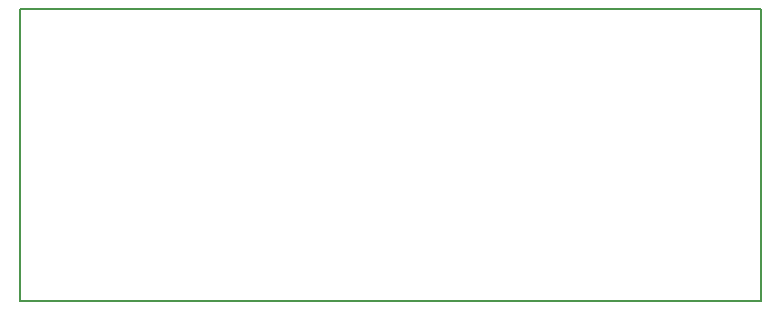
<source format=gm1>
G04 MADE WITH FRITZING*
G04 WWW.FRITZING.ORG*
G04 DOUBLE SIDED*
G04 HOLES PLATED*
G04 CONTOUR ON CENTER OF CONTOUR VECTOR*
%ASAXBY*%
%FSLAX23Y23*%
%MOIN*%
%OFA0B0*%
%SFA1.0B1.0*%
%ADD10R,2.480310X0.984252*%
%ADD11C,0.008000*%
%ADD10C,0.008*%
%LNCONTOUR*%
G90*
G70*
G54D10*
G54D11*
X4Y980D02*
X2476Y980D01*
X2476Y4D01*
X4Y4D01*
X4Y980D01*
D02*
G04 End of contour*
M02*
</source>
